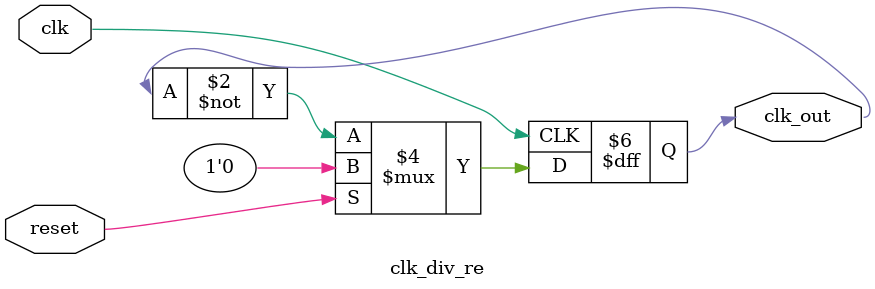
<source format=v>
module clk_div_re (clk, reset, clk_out);
	output reg clk_out;
	input clk ;
	input reset;

	/*initial
	begin
		clk_out = 1'b0;
   end*/

	always @(posedge clk)
	begin
	if (reset)
		clk_out <= 1'b0;
	else
		clk_out <= ~clk_out;	
	end
endmodule
</source>
